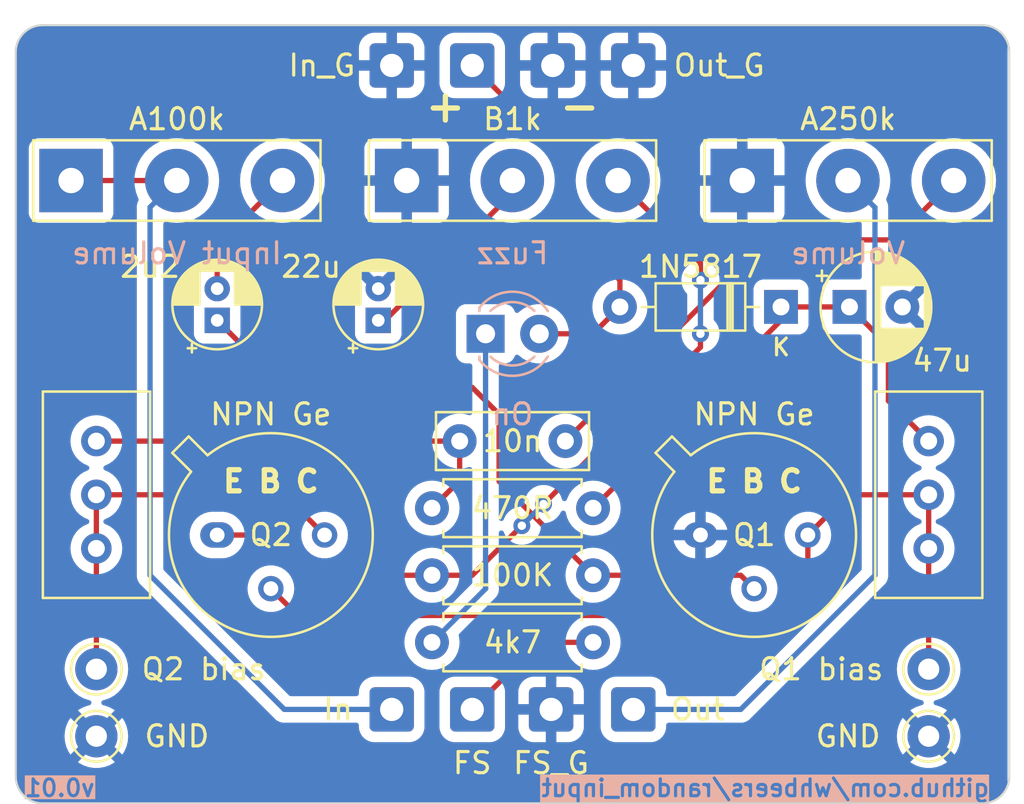
<source format=kicad_pcb>
(kicad_pcb (version 20221018) (generator pcbnew)
  (layers (0 "F.Cu" signal) (31 "B.Cu" signal) (36 "B.SilkS" user "B.Silkscreen") (37 "F.SilkS" user "F.Silkscreen") (38 "B.Mask" user) (39 "F.Mask" user) (44 "Edge.Cuts" user))
  (net 0 "")
  (net 1 "9V")
  (net 2 "GND")
  (net 3 "Net-(C2-Pad2)")
  (net 4 "Net-(C4-Pad1)")
  (net 5 "/DC_SHIELD")
  (net 6 "Net-(D2-K)")
  (net 7 "/Footswitch")
  (net 8 "/INPUT_TIP")
  (net 9 "/OUTPUT_TIP")
  (net 10 "/Q1_B")
  (net 11 "/FUZZ_CTL")
  (net 12 "/PRE_VOLUME")
  (net 13 "/Q2_E")
  (net 14 "/Q1_C_Q2_B")
  (net 15 "/Q2_C")
  (footprint "Diode_THT:D_DO-35_SOD27_P7.62mm_Horizontal" (layer "F.Cu") (at 60.325 34.925 180)
    (fp_text reference "D1")
    (fp_text value "1N5817" (at 3.81 1.905) (layer "F.SilkS"))
    (fp_text user "K" (at 0 -1.905) (layer "F.SilkS") (effects (font (size 0.8 0.8))))
    (pad "1" thru_hole rect (at 0 0 180) (size 1.6 1.6) (drill 0.8) (layers "*.Cu" "*.Mask") (net 1 "9V"))
    (pad "2" thru_hole oval (at 7.62 0 180) (size 1.6 1.6) (drill 0.8) (layers "*.Cu" "*.Mask") (net 5 "/DC_SHIELD"))
  )
  (footprint "Connector_Wire:SolderWire-0.5sqmm_1x01_D0.9mm_OD2.1mm" (layer "F.Cu") (at 45.72 23.495)
    (fp_text reference "J8")
    (fp_text value "+" (at -1.27 1.905) (layer "F.SilkS") (effects (font (size 1.5 1.5) (thickness 0.25) bold)))
    (pad "1" thru_hole roundrect (at 0 0) (size 2.1 2.1) (drill 1.1) (layers "*.Cu" "*.Mask") (roundrect_rratio 0.119048) (net 5 "/DC_SHIELD"))
  )
  (footprint "Resistor_THT:R_Axial_DIN0207_L6.3mm_D2.5mm_P7.62mm_Horizontal" (layer "F.Cu") (at 51.435 44.45 180)
    (fp_text reference "R2")
    (fp_text value "470R" (at 3.81 0) (layer "F.SilkS"))
    (pad "1" thru_hole circle (at 0 0 180) (size 1.6 1.6) (drill 0.8) (layers "*.Cu" "*.Mask") (net 1 "9V"))
    (pad "2" thru_hole oval (at 7.62 0 180) (size 1.6 1.6) (drill 0.8) (layers "*.Cu" "*.Mask") (net 4 "Net-(C4-Pad1)"))
  )
  (footprint "Resistor_THT:R_Axial_DIN0207_L6.3mm_D2.5mm_P7.62mm_Horizontal" (layer "F.Cu") (at 43.815 50.8)
    (fp_text reference "R1")
    (fp_text value "4k7" (at 3.81 0) (layer "F.SilkS"))
    (pad "1" thru_hole circle (at 0 0) (size 1.6 1.6) (drill 0.8) (layers "*.Cu" "*.Mask") (net 6 "Net-(D2-K)"))
    (pad "2" thru_hole oval (at 7.62 0) (size 1.6 1.6) (drill 0.8) (layers "*.Cu" "*.Mask") (net 7 "/Footswitch"))
  )
  (footprint "Package_TO_SOT_THT:TO-5-3" (layer "F.Cu") (at 56.515 45.72)
    (fp_text reference "Q1" (at 2.54 0) (layer "F.SilkS"))
    (fp_text value "NPN Ge" (at 2.54 -5.715) (layer "F.SilkS"))
    (fp_text user "E B C" (at 2.54 -2.54 unlocked) (layer "F.SilkS") (effects (font (thickness 0.25) bold)))
    (pad "1" thru_hole oval (at 0 0) (size 1.6 1.2) (drill 0.7) (layers "*.Cu" "*.Mask") (net 2 "GND"))
    (pad "2" thru_hole oval (at 2.54 2.54) (size 1.2 1.2) (drill 0.7) (layers "*.Cu" "*.Mask") (net 10 "/Q1_B"))
    (pad "3" thru_hole oval (at 5.08 0) (size 1.2 1.2) (drill 0.7) (layers "*.Cu" "*.Mask") (net 14 "/Q1_C_Q2_B"))
  )
  (footprint "Connector_Wire:SolderWire-0.5sqmm_1x01_D0.9mm_OD2.1mm" (layer "F.Cu") (at 49.53 23.495)
    (fp_text reference "J5")
    (fp_text value "-" (at 1.27 1.905) (layer "F.SilkS") (effects (font (size 1.5 1.5) (thickness 0.25) bold)))
    (pad "1" thru_hole roundrect (at 0 0) (size 2.1 2.1) (drill 1.1) (layers "*.Cu" "*.Mask") (roundrect_rratio 0.119048) (net 2 "GND"))
  )
  (footprint "Capacitor_THT:CP_Radial_D5.0mm_P2.50mm" (layer "F.Cu") (at 63.564888 34.925)
    (fp_text reference "C1")
    (fp_text value "47u" (at 4.380112 2.54 180) (layer "F.SilkS"))
    (pad "1" thru_hole rect (at 0 0) (size 1.6 1.6) (drill 0.8) (layers "*.Cu" "*.Mask") (net 1 "9V"))
    (pad "2" thru_hole circle (at 2.5 0) (size 1.6 1.6) (drill 0.8) (layers "*.Cu" "*.Mask") (net 2 "GND"))
  )
  (footprint "Capacitor_THT:CP_Radial_D4.0mm_P1.50mm" (layer "F.Cu") (at 33.655 35.56 90)
    (fp_text reference "C2")
    (fp_text value "2u2" (at 2.54 -3.175) (layer "F.SilkS"))
    (pad "1" thru_hole rect (at 0 0 90) (size 1.2 1.2) (drill 0.6) (layers "*.Cu" "*.Mask") (net 10 "/Q1_B"))
    (pad "2" thru_hole circle (at 1.5 0 90) (size 1.2 1.2) (drill 0.6) (layers "*.Cu" "*.Mask") (net 3 "Net-(C2-Pad2)"))
  )
  (footprint "Connector_Wire:SolderWire-0.5sqmm_1x01_D0.9mm_OD2.1mm" (layer "F.Cu") (at 41.91 53.975)
    (fp_text reference "J6")
    (fp_text value "In" (at -2.54 0) (layer "F.SilkS" knockout))
    (pad "1" thru_hole roundrect (at 0 0) (size 2.1 2.1) (drill 1.1) (layers "*.Cu" "*.Mask") (roundrect_rratio 0.119048) (net 8 "/INPUT_TIP"))
  )
  (footprint "Potentiometer_THT:Potentiometer_Bourns_3296W_Vertical" (layer "F.Cu") (at 67.31 41.275 90)
    (fp_text reference "TRIM1")
    (fp_text value "Q1_BIAS_100K")
    (pad "1" thru_hole circle (at 0 0 90) (size 1.44 1.44) (drill 0.8) (layers "*.Cu" "*.Mask") (net 1 "9V"))
    (pad "2" thru_hole circle (at -2.54 0 90) (size 1.44 1.44) (drill 0.8) (layers "*.Cu" "*.Mask") (net 14 "/Q1_C_Q2_B"))
    (pad "3" thru_hole circle (at -5.08 0 90) (size 1.44 1.44) (drill 0.8) (layers "*.Cu" "*.Mask") (net 14 "/Q1_C_Q2_B"))
  )
  (footprint "Potentiometer_THT:Potentiometer_Bourns_3296W_Vertical" (layer "F.Cu") (at 27.94 41.275 90)
    (fp_text reference "TRIM2")
    (fp_text value "Q2_BIAS_20K")
    (pad "1" thru_hole circle (at 0 0 90) (size 1.44 1.44) (drill 0.8) (layers "*.Cu" "*.Mask") (net 4 "Net-(C4-Pad1)"))
    (pad "2" thru_hole circle (at -2.54 0 90) (size 1.44 1.44) (drill 0.8) (layers "*.Cu" "*.Mask") (net 15 "/Q2_C"))
    (pad "3" thru_hole circle (at -5.08 0 90) (size 1.44 1.44) (drill 0.8) (layers "*.Cu" "*.Mask") (net 15 "/Q2_C"))
  )
  (footprint "Resistor_THT:R_Axial_DIN0207_L6.3mm_D2.5mm_P7.62mm_Horizontal" (layer "F.Cu") (at 51.435 47.625 180)
    (fp_text reference "R3")
    (fp_text value "100K" (at 3.81 0) (layer "F.SilkS"))
    (pad "1" thru_hole circle (at 0 0 180) (size 1.6 1.6) (drill 0.8) (layers "*.Cu" "*.Mask") (net 10 "/Q1_B"))
    (pad "2" thru_hole oval (at 7.62 0 180) (size 1.6 1.6) (drill 0.8) (layers "*.Cu" "*.Mask") (net 13 "/Q2_E"))
  )
  (footprint "Connector_Wire:SolderWire-0.5sqmm_1x01_D0.9mm_OD2.1mm" (layer "F.Cu") (at 53.34 53.975)
    (fp_text reference "J7")
    (fp_text value "Out" (at 3.048 0) (layer "F.SilkS" knockout))
    (pad "1" thru_hole roundrect (at 0 0) (size 2.1 2.1) (drill 1.1) (layers "*.Cu" "*.Mask") (roundrect_rratio 0.119048) (net 9 "/OUTPUT_TIP"))
  )
  (footprint "Connector_Wire:SolderWire-0.5sqmm_1x01_D0.9mm_OD2.1mm" (layer "F.Cu") (at 45.72 53.975)
    (fp_text reference "J1")
    (fp_text value "FS" (at 0 2.54) (layer "F.SilkS" knockout))
    (pad "1" thru_hole roundrect (at 0 0) (size 2.1 2.1) (drill 1.1) (layers "*.Cu" "*.Mask") (roundrect_rratio 0.119048) (net 7 "/Footswitch"))
  )
  (footprint "TestPoint:TestPoint_THTPad_D2.0mm_Drill1.0mm" (layer "F.Cu") (at 67.31 52.07)
    (fp_text reference "TP1")
    (fp_text value "Q1 bias" (at -5.08 0) (layer "F.SilkS" knockout))
    (pad "1" thru_hole circle (at 0 0) (size 2 2) (drill 1) (layers "*.Cu" "*.Mask") (net 14 "/Q1_C_Q2_B"))
  )
  (footprint "random_input:Potentiometer_Single_3_Horizontal" (layer "F.Cu") (at 47.625 25.1315)
    (fp_text reference "POT2")
    (fp_text value "Fuzz" (at 0 7.2535 unlocked) (layer "B.SilkS" knockout) (effects (justify mirror)))
    (fp_text user "B1k" (at 0 0.9035 unlocked) (layer "F.SilkS"))
    (pad "1" thru_hole rect (at -5.0075 3.81 270) (size 3 3) (drill 1.2) (layers "*.Cu" "*.Mask") (net 2 "GND"))
    (pad "2" thru_hole circle (at -0.0075 3.81 270) (size 3 3) (drill 1.2) (layers "*.Cu" "*.Mask") (net 11 "/FUZZ_CTL"))
    (pad "3" thru_hole circle (at 4.9925 3.81 270) (size 3 3) (drill 1.2) (layers "*.Cu" "*.Mask") (net 13 "/Q2_E"))
  )
  (footprint "Capacitor_THT:CP_Radial_D4.0mm_P1.50mm" (layer "F.Cu") (at 41.275 35.56 90)
    (fp_text reference "C3")
    (fp_text value "22u" (at 2.54 -3.175) (layer "F.SilkS"))
    (pad "1" thru_hole rect (at 0 0 90) (size 1.2 1.2) (drill 0.6) (layers "*.Cu" "*.Mask") (net 11 "/FUZZ_CTL"))
    (pad "2" thru_hole circle (at 1.5 0 90) (size 1.2 1.2) (drill 0.6) (layers "*.Cu" "*.Mask") (net 2 "GND"))
  )
  (footprint "Connector_Wire:SolderWire-0.5sqmm_1x01_D0.9mm_OD2.1mm" (layer "F.Cu") (at 49.45 53.975)
    (fp_text reference "J2")
    (fp_text value "FS_G" (at 0 2.54) (layer "F.SilkS" knockout))
    (pad "1" thru_hole roundrect (at 0 0) (size 2.1 2.1) (drill 1.1) (layers "*.Cu" "*.Mask") (roundrect_rratio 0.119048) (net 2 "GND"))
  )
  (footprint "TestPoint:TestPoint_THTPad_D2.0mm_Drill1.0mm" (layer "F.Cu") (at 27.94 52.07)
    (fp_text reference "TP2")
    (fp_text value "Q2 bias" (at 5.08 0) (layer "F.SilkS" knockout))
    (pad "1" thru_hole circle (at 0 0) (size 2 2) (drill 1) (layers "*.Cu" "*.Mask") (net 15 "/Q2_C"))
  )
  (footprint "Connector_Wire:SolderWire-0.5sqmm_1x01_D0.9mm_OD2.1mm" (layer "F.Cu") (at 53.34 23.495)
    (fp_text reference "J4")
    (fp_text value "Out_G" (at 4.064 0) (layer "F.SilkS" knockout))
    (pad "1" thru_hole roundrect (at 0 0) (size 2.1 2.1) (drill 1.1) (layers "*.Cu" "*.Mask") (roundrect_rratio 0.119048) (net 2 "GND"))
  )
  (footprint "Capacitor_THT:C_Rect_L7.0mm_W2.5mm_P5.00mm" (layer "F.Cu") (at 45.125 41.275)
    (fp_text reference "C4")
    (fp_text value "10n" (at 2.5 0) (layer "F.SilkS"))
    (pad "1" thru_hole circle (at 0 0) (size 1.6 1.6) (drill 0.8) (layers "*.Cu" "*.Mask") (net 4 "Net-(C4-Pad1)"))
    (pad "2" thru_hole circle (at 5 0) (size 1.6 1.6) (drill 0.8) (layers "*.Cu" "*.Mask") (net 12 "/PRE_VOLUME"))
  )
  (footprint "TestPoint:TestPoint_THTPad_D2.0mm_Drill1.0mm" (layer "F.Cu") (at 27.94 55.245)
    (fp_text reference "TP4")
    (fp_text value "GND" (at 3.81 0) (layer "F.SilkS" knockout))
    (pad "1" thru_hole circle (at 0 0) (size 2 2) (drill 1) (layers "*.Cu" "*.Mask") (net 2 "GND"))
  )
  (footprint "Connector_Wire:SolderWire-0.5sqmm_1x01_D0.9mm_OD2.1mm" (layer "F.Cu") (at 41.91 23.495)
    (fp_text reference "J3")
    (fp_text value "In_G" (at -3.302 0) (layer "F.SilkS" knockout))
    (pad "1" thru_hole roundrect (at 0 0) (size 2.1 2.1) (drill 1.1) (layers "*.Cu" "*.Mask") (roundrect_rratio 0.119048) (net 2 "GND"))
  )
  (footprint "Package_TO_SOT_THT:TO-5-3" (layer "F.Cu") (at 33.655 45.72)
    (fp_text reference "Q2" (at 2.54 0) (layer "F.SilkS"))
    (fp_text value "NPN Ge" (at 2.54 -5.715) (layer "F.SilkS"))
    (fp_text user "E B C" (at 2.54 -2.54 unlocked) (layer "F.SilkS") (effects (font (thickness 0.25) bold)))
    (pad "1" thru_hole oval (at 0 0) (size 1.6 1.2) (drill 0.7) (layers "*.Cu" "*.Mask") (net 13 "/Q2_E"))
    (pad "2" thru_hole oval (at 2.54 2.54) (size 1.2 1.2) (drill 0.7) (layers "*.Cu" "*.Mask") (net 14 "/Q1_C_Q2_B"))
    (pad "3" thru_hole oval (at 5.08 0) (size 1.2 1.2) (drill 0.7) (layers "*.Cu" "*.Mask") (net 15 "/Q2_C"))
  )
  (footprint "TestPoint:TestPoint_THTPad_D2.0mm_Drill1.0mm" (layer "F.Cu") (at 67.31 55.245)
    (fp_text reference "TP3")
    (fp_text value "GND" (at -3.81 0) (layer "F.SilkS" knockout))
    (pad "1" thru_hole circle (at 0 0) (size 2 2) (drill 1) (layers "*.Cu" "*.Mask") (net 2 "GND"))
  )
  (footprint "random_input:Potentiometer_Single_3_Horizontal" (layer "F.Cu") (at 63.5 25.1315)
    (fp_text reference "POT3")
    (fp_text value "Volume" (at 0 7.2535 unlocked) (layer "B.SilkS" knockout) (effects (justify mirror)))
    (fp_text user "A250k" (at 0 0.9035 unlocked) (layer "F.SilkS"))
    (pad "1" thru_hole rect (at -5.0075 3.81 270) (size 3 3) (drill 1.2) (layers "*.Cu" "*.Mask") (net 2 "GND"))
    (pad "2" thru_hole circle (at -0.0075 3.81 270) (size 3 3) (drill 1.2) (layers "*.Cu" "*.Mask") (net 9 "/OUTPUT_TIP"))
    (pad "3" thru_hole circle (at 4.9925 3.81 270) (size 3 3) (drill 1.2) (layers "*.Cu" "*.Mask") (net 12 "/PRE_VOLUME"))
  )
  (footprint "random_input:Potentiometer_Single_3_Horizontal" (layer "F.Cu") (at 31.75 25.1315)
    (fp_text reference "POT1")
    (fp_text value "Input Volume" (at 0 7.2535 unlocked) (layer "B.SilkS" knockout) (effects (justify mirror)))
    (fp_text user "A100k" (at 0 0.9035 unlocked) (layer "F.SilkS"))
    (pad "1" thru_hole rect (at -5.0075 3.81 270) (size 3 3) (drill 1.2) (layers "*.Cu" "*.Mask") (net 8 "/INPUT_TIP"))
    (pad "2" thru_hole circle (at -0.0075 3.81 270) (size 3 3) (drill 1.2) (layers "*.Cu" "*.Mask") (net 8 "/INPUT_TIP"))
    (pad "3" thru_hole circle (at 4.9925 3.81 270) (size 3 3) (drill 1.2) (layers "*.Cu" "*.Mask") (net 3 "Net-(C2-Pad2)"))
  )
  (footprint "LED_THT:LED_D3.0mm" (layer "B.Cu") (at 46.35 36.195)
    (fp_text reference "D2")
    (fp_text value "On" (at 1.27 3.81) (layer "B.SilkS" knockout) (effects (justify mirror)))
    (pad "1" thru_hole rect (at 0 0) (size 1.8 1.8) (drill 0.9) (layers "*.Cu" "*.Mask") (net 6 "Net-(D2-K)"))
    (pad "2" thru_hole circle (at 2.54 0) (size 1.8 1.8) (drill 0.9) (layers "*.Cu" "*.Mask") (net 5 "/DC_SHIELD"))
  )
  (gr_arc (start 24.13 22.86) (mid 24.501974 21.961974) (end 25.4 21.59) (stroke (width 0.1)) (layer "Edge.Cuts"))
  (gr_line (start 24.13 57.15) (end 24.13 22.86) (stroke (width 0.1)) (layer "Edge.Cuts"))
  (gr_arc (start 71.12 57.15) (mid 70.748026 58.048026) (end 69.85 58.42) (stroke (width 0.1)) (layer "Edge.Cuts"))
  (gr_line (start 25.4 21.59) (end 69.85 21.59) (stroke (width 0.1)) (layer "Edge.Cuts"))
  (gr_arc (start 25.4 58.42) (mid 24.501974 58.048026) (end 24.13 57.15) (stroke (width 0.1)) (layer "Edge.Cuts"))
  (gr_line (start 69.85 58.42) (end 25.4 58.42) (stroke (width 0.1)) (layer "Edge.Cuts"))
  (gr_arc (start 69.85 21.59) (mid 70.748026 21.961974) (end 71.12 22.86) (stroke (width 0.1)) (layer "Edge.Cuts"))
  (gr_line (start 71.12 22.86) (end 71.12 57.15) (stroke (width 0.1)) (layer "Edge.Cuts"))
  (gr_text "v0.01" (at 27.94 58.166) (layer "B.SilkS" knockout) (effects (font (size 0.8 0.8)) (justify left bottom mirror)))
  (gr_text " github.com/whbeers/random_input" (at 70.866 58.166) (layer "B.SilkS" knockout) (effects (font (size 0.8 0.8)) (justify left bottom mirror)))
  (segment (start 65.405 39.37) (end 65.405 36.765112) (width 0.25) (layer "F.Cu") (net 1))
  (segment (start 60.325 34.925) (end 63.564888 34.925) (width 0.25) (layer "F.Cu") (net 1))
  (segment (start 65.405 36.765112) (end 63.564888 34.925) (width 0.25) (layer "F.Cu") (net 1))
  (segment (start 51.435 44.45) (end 60.325 35.56) (width 0.25) (layer "F.Cu") (net 1))
  (segment (start 60.325 35.56) (end 60.325 34.925) (width 0.25) (layer "F.Cu") (net 1))
  (segment (start 67.31 41.275) (end 65.405 39.37) (width 0.25) (layer "F.Cu") (net 1))
  (segment (start 33.655 34.06) (end 33.655 32.029) (width 0.25) (layer "F.Cu") (net 3))
  (segment (start 33.655 32.029) (end 36.7425 28.9415) (width 0.25) (layer "F.Cu") (net 3))
  (segment (start 27.94 41.275) (end 45.125 41.275) (width 0.25) (layer "F.Cu") (net 4))
  (segment (start 45.125 43.14) (end 45.125 41.275) (width 0.25) (layer "F.Cu") (net 4))
  (segment (start 43.815 44.45) (end 45.125 43.14) (width 0.25) (layer "F.Cu") (net 4))
  (segment (start 50.165 31.115) (end 50.165 27.94) (width 0.25) (layer "F.Cu") (net 5))
  (segment (start 52.705 34.925) (end 51.435 36.195) (width 0.25) (layer "F.Cu") (net 5))
  (segment (start 52.705 34.925) (end 52.705 33.655) (width 0.25) (layer "F.Cu") (net 5))
  (segment (start 45.72 23.495) (end 50.165 27.94) (width 0.25) (layer "F.Cu") (net 5))
  (segment (start 51.435 36.195) (end 48.89 36.195) (width 0.25) (layer "F.Cu") (net 5))
  (segment (start 52.705 33.655) (end 50.165 31.115) (width 0.25) (layer "F.Cu") (net 5))
  (segment (start 46.35 48.255) (end 46.35 36.195) (width 0.25) (layer "B.Cu") (net 6))
  (segment (start 46.355 48.26) (end 43.815 50.8) (width 0.25) (layer "B.Cu") (net 6))
  (segment (start 46.355 48.26) (end 46.35 48.255) (width 0.25) (layer "B.Cu") (net 6))
  (segment (start 48.895 50.8) (end 45.72 53.975) (width 0.25) (layer "F.Cu") (net 7))
  (segment (start 51.435 50.8) (end 48.895 50.8) (width 0.25) (layer "F.Cu") (net 7))
  (segment (start 26.7425 28.9415) (end 31.7425 28.9415) (width 0.25) (layer "F.Cu") (net 8))
  (segment (start 30.48 47.625) (end 30.48 30.204) (width 0.25) (layer "B.Cu") (net 8))
  (segment (start 36.83 53.975) (end 30.48 47.625) (width 0.25) (layer "B.Cu") (net 8))
  (segment (start 41.91 53.975) (end 36.83 53.975) (width 0.25) (layer "B.Cu") (net 8))
  (segment (start 30.48 30.204) (end 31.7425 28.9415) (width 0.25) (layer "B.Cu") (net 8))
  (segment (start 53.34 53.975) (end 55.88 53.975) (width 0.25) (layer "B.Cu") (net 9))
  (segment (start 58.42 53.975) (end 64.77 47.625) (width 0.25) (layer "B.Cu") (net 9))
  (segment (start 64.77 30.219) (end 63.4925 28.9415) (width 0.25) (layer "B.Cu") (net 9))
  (segment (start 55.88 53.975) (end 58.42 53.975) (width 0.25) (layer "B.Cu") (net 9))
  (segment (start 64.77 47.625) (end 64.77 30.219) (width 0.25) (layer "B.Cu") (net 9))
  (segment (start 46.99 40.005) (end 46.99 43.18) (width 0.25) (layer "F.Cu") (net 10))
  (segment (start 46.99 43.18) (end 51.435 47.625) (width 0.25) (layer "F.Cu") (net 10))
  (segment (start 59.055 48.26) (end 58.42 47.625) (width 0.25) (layer "F.Cu") (net 10))
  (segment (start 33.655 35.56) (end 36.83 38.735) (width 0.25) (layer "F.Cu") (net 10))
  (segment (start 45.72 38.735) (end 46.99 40.005) (width 0.25) (layer "F.Cu") (net 10))
  (segment (start 36.83 38.735) (end 45.72 38.735) (width 0.25) (layer "F.Cu") (net 10))
  (segment (start 58.42 47.625) (end 51.435 47.625) (width 0.25) (layer "F.Cu") (net 10))
  (segment (start 41.5925 35.56) (end 41.275 35.56) (width 0.25) (layer "F.Cu") (net 11))
  (segment (start 47.6175 29.535) (end 41.5925 35.56) (width 0.25) (layer "F.Cu") (net 11))
  (segment (start 47.6175 28.9415) (end 47.6175 29.535) (width 0.25) (layer "F.Cu") (net 11))
  (segment (start 50.125 41.275) (end 59.65 31.75) (width 0.25) (layer "F.Cu") (net 12))
  (segment (start 68.4925 28.9415) (end 65.684 31.75) (width 0.25) (layer "F.Cu") (net 12))
  (segment (start 65.684 31.75) (end 59.69 31.75) (width 0.25) (layer "F.Cu") (net 12))
  (segment (start 33.655 45.72) (end 36.195 45.72) (width 0.25) (layer "F.Cu") (net 13))
  (segment (start 56.515 33.655) (end 56.515 32.839) (width 0.25) (layer "F.Cu") (net 13))
  (segment (start 48.065201 45.279799) (end 45.72 47.625) (width 0.25) (layer "F.Cu") (net 13))
  (segment (start 56.515 36.83) (end 49.089799 44.255201) (width 0.25) (layer "F.Cu") (net 13))
  (segment (start 36.195 45.72) (end 38.1 47.625) (width 0.25) (layer "F.Cu") (net 13))
  (segment (start 56.515 36.195) (end 56.515 36.83) (width 0.25) (layer "F.Cu") (net 13))
  (segment (start 45.72 47.625) (end 43.815 47.625) (width 0.25) (layer "F.Cu") (net 13))
  (segment (start 56.515 32.839) (end 52.6175 28.9415) (width 0.25) (layer "F.Cu") (net 13))
  (segment (start 38.1 47.625) (end 43.815 47.625) (width 0.25) (layer "F.Cu") (net 13))
  (via (at 56.515 36.195) (size 0.8) (drill 0.4) (layers "F.Cu" "B.Cu") (net 13))
  (via (at 48.065201 45.279799) (size 0.8) (drill 0.4) (layers "F.Cu" "B.Cu") (net 13))
  (via (at 56.515 33.655) (size 0.8) (drill 0.4) (layers "F.Cu" "B.Cu") (net 13))
  (via (at 49.089799 44.255201) (size 0.8) (drill 0.4) (layers "F.Cu" "B.Cu") (net 13))
  (segment (start 49.089799 44.255201) (end 48.065201 45.279799) (width 0.25) (layer "B.Cu") (net 13))
  (segment (start 56.515 36.195) (end 56.515 33.655) (width 0.25) (layer "B.Cu") (net 13))
  (segment (start 37.465 49.53) (end 36.195 48.26) (width 0.25) (layer "F.Cu") (net 14))
  (segment (start 61.595 45.72) (end 61.595 47.625) (width 0.25) (layer "F.Cu") (net 14))
  (segment (start 63.5 43.815) (end 61.595 45.72) (width 0.25) (layer "F.Cu") (net 14))
  (segment (start 67.31 43.815) (end 67.31 46.355) (width 0.25) (layer "F.Cu") (net 14))
  (segment (start 59.69 49.53) (end 37.465 49.53) (width 0.25) (layer "F.Cu") (net 14))
  (segment (start 67.31 46.355) (end 67.31 52.07) (width 0.25) (layer "F.Cu") (net 14))
  (segment (start 67.31 43.815) (end 63.5 43.815) (width 0.25) (layer "F.Cu") (net 14))
  (segment (start 61.595 47.625) (end 59.69 49.53) (width 0.25) (layer "F.Cu") (net 14))
  (segment (start 36.83 43.815) (end 27.94 43.815) (width 0.25) (layer "F.Cu") (net 15))
  (segment (start 27.94 46.355) (end 27.94 52.07) (width 0.25) (layer "F.Cu") (net 15))
  (segment (start 38.735 45.72) (end 36.83 43.815) (width 0.25) (layer "F.Cu") (net 15))
  (segment (start 27.94 43.815) (end 27.94 46.355) (width 0.25) (layer "F.Cu") (net 15))
  (zone (net 2) (net_name "GND") (layer "B.Cu") (connect_pads (clearance 0.5)) (min_thickness 0.25) (fill yes (thermal_gap 0.5) (thermal_bridge_width 0.5))
    (polygon (pts (xy 24.05 21.59) (xy 71.04 21.59) (xy 71.04 58.42) (xy 24.05 58.42)))
  )
)
</source>
